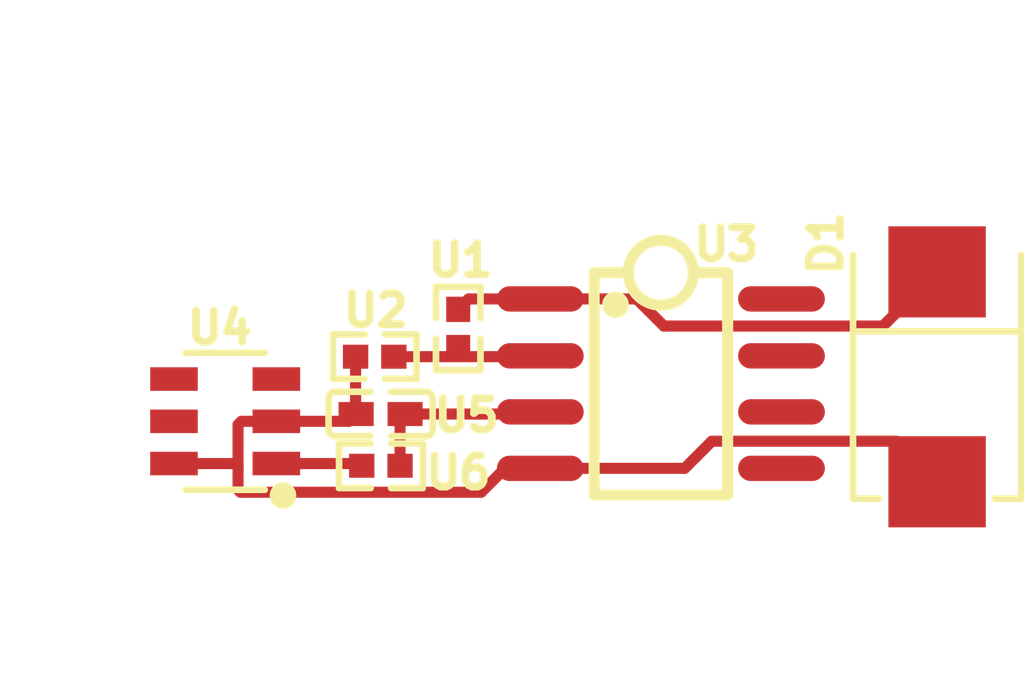
<source format=kicad_pcb>
(kicad_pcb (version 20240108) (generator "pcbnew") (generator_version "8.0")
  (layers (0 "F.Cu" signal) (31 "B.Cu" signal) (34 "B.Paste" user) (35 "F.Paste" user) (36 "B.SilkS" user "B.Silkscreen") (37 "F.SilkS" user "F.Silkscreen") (38 "B.Mask" user) (39 "F.Mask" user) (44 "Edge.Cuts" user))
  (net 0 "")
  (net 1 "line")
  (net 2 "amplifier.opamp.footprint.pins[6].net-net")
  (net 3 "amplifier.opamp.footprint.pins[5].net-net")
  (net 4 "non_inverting")
  (net 5 "line-1")
  (net 6 "gnd")
  (net 7 "io")
  (net 8 "inverting")
  (net 9 "amplifier.opamp.footprint.pins[4].net-net")
  (net 10 "hv")
  (net 11 "hv-1")
  (net 12 "io-1")
  (footprint "atopile:SMB_L4.6-W3.6-LS5.3-RD-330cb3" (layer "F.Cu") (at 152 89 -90)
    (property "Reference" "D1" (hide yes))
    (property "Value" "")
    (fp_line (start -2.74 1.89) (end 2.74 1.89) (stroke (width 0.15)) (layer "F.SilkS"))
    (fp_line (start 2.74 1.89) (end 2.74 1.3) (stroke (width 0.15)) (layer "F.SilkS"))
    (fp_line (start -2.74 -1.89) (end 2.74 -1.89) (stroke (width 0.15)) (layer "F.SilkS"))
    (fp_line (start -1.02 -1.89) (end -1.02 1.89) (stroke (width 0.15)) (layer "F.SilkS"))
    (fp_line (start 2.74 -1.89) (end 2.74 -1.3) (stroke (width 0.15)) (layer "F.SilkS"))
    (fp_text user "${REFERENCE}" (at -3 2.5 90) (layer "F.SilkS") (effects (font (size 0.7 0.7) (thickness 0.2))))
    (pad "1" smd rect (at -2.36 0 270) (size 2.05 2.19) (layers "F.Cu" "F.Paste" "F.Mask") (net 12 "io-1"))
    (pad "2" smd rect (at 2.36 0 270) (size 2.05 2.19) (layers "F.Cu" "F.Paste" "F.Mask") (net 6 "gnd"))
  )
  (footprint "atopile:R0402-56259e" (layer "F.Cu") (at 139.5 91 0)
    (property "Reference" "U6" (hide yes))
    (property "Value" "1kΩ ±1% 62.5mW")
    (fp_line (start -0.94 -0.5) (end -0.23 -0.5) (stroke (width 0.15)) (layer "F.SilkS"))
    (fp_line (start -0.94 0.5) (end -0.94 -0.5) (stroke (width 0.15)) (layer "F.SilkS"))
    (fp_line (start -0.23 0.5) (end -0.94 0.5) (stroke (width 0.15)) (layer "F.SilkS"))
    (fp_line (start 0.23 0.5) (end 0.94 0.5) (stroke (width 0.15)) (layer "F.SilkS"))
    (fp_line (start 0.94 -0.5) (end 0.23 -0.5) (stroke (width 0.15)) (layer "F.SilkS"))
    (fp_line (start 0.94 0.5) (end 0.94 -0.5) (stroke (width 0.15)) (layer "F.SilkS"))
    (fp_text user "${REFERENCE}" (at 1.74059 0.153243 0) (layer "F.SilkS") (effects (font (size 0.7 0.7) (thickness 0.2))))
    (pad "1" smd rect (at -0.43 0 0) (size 0.57 0.54) (layers "F.Cu" "F.Paste" "F.Mask") (net 7 "io"))
    (pad "2" smd rect (at 0.43 0 0) (size 0.57 0.54) (layers "F.Cu" "F.Paste" "F.Mask") (net 4 "non_inverting"))
  )
  (footprint "atopile:R0402-56259e" (layer "F.Cu") (at 141.237604 87.911769 90)
    (property "Reference" "U1" (hide yes))
    (property "Value" "10kΩ ±1% 62.5mW")
    (fp_line (start 0.94 -0.5) (end 0.23 -0.5) (stroke (width 0.15)) (layer "F.SilkS"))
    (fp_line (start -0.94 -0.5) (end -0.23 -0.5) (stroke (width 0.15)) (layer "F.SilkS"))
    (fp_line (start 0.94 0.5) (end 0.94 -0.5) (stroke (width 0.15)) (layer "F.SilkS"))
    (fp_line (start 0.23 0.5) (end 0.94 0.5) (stroke (width 0.15)) (layer "F.SilkS"))
    (fp_line (start -0.23 0.5) (end -0.94 0.5) (stroke (width 0.15)) (layer "F.SilkS"))
    (fp_line (start -0.94 0.5) (end -0.94 -0.5) (stroke (width 0.15)) (layer "F.SilkS"))
    (fp_text user "${REFERENCE}" (at 1.534703 0.054918 180) (layer "F.SilkS") (effects (font (size 0.7 0.7) (thickness 0.2))))
    (pad "1" smd rect (at -0.43 0 90) (size 0.57 0.54) (layers "F.Cu" "F.Paste" "F.Mask") (net 8 "inverting"))
    (pad "2" smd rect (at 0.43 0 90) (size 0.57 0.54) (layers "F.Cu" "F.Paste" "F.Mask") (net 12 "io-1"))
  )
  (footprint "lib:SOT-23-6_L2.9-W1.6-P0.95-LS2.8-BL" (layer "F.Cu") (at 136 90 90)
    (property "Reference" "U4" (hide yes))
    (property "Value" "")
    (fp_line (start 1.54 0.89) (end 1.54 -0.89) (stroke (width 0.15)) (layer "F.SilkS"))
    (fp_line (start -1.54 0.89) (end -1.54 -0.89) (stroke (width 0.15)) (layer "F.SilkS"))
    (fp_circle (center -1.67 1.3) (end -1.52 1.3) (stroke (width 0.3)) (fill none) (layer "F.SilkS"))
    (fp_text user "${REFERENCE}" (at 2.106872 -0.120551 0) (layer "F.SilkS") (effects (font (size 0.7 0.7) (thickness 0.2))))
    (pad "1" smd rect (at -0.95 1.15 90) (size 0.53 1.07) (layers "F.Cu" "F.Paste" "F.Mask") (net 7 "io"))
    (pad "2" smd rect (at 0 1.15 90) (size 0.53 1.07) (layers "F.Cu" "F.Paste" "F.Mask") (net 6 "gnd"))
    (pad "3" smd rect (at 0.95 1.15 90) (size 0.53 1.07) (layers "F.Cu" "F.Paste" "F.Mask") (net 10 "hv"))
    (pad "4" smd rect (at 0.95 -1.15 90) (size 0.53 1.07) (layers "F.Cu" "F.Paste" "F.Mask") (net 1 "line"))
    (pad "5" smd rect (at 0 -1.15 90) (size 0.53 1.07) (layers "F.Cu" "F.Paste" "F.Mask") (net 5 "line-1"))
    (pad "6" smd rect (at -0.95 -1.15 90) (size 0.53 1.07) (layers "F.Cu" "F.Paste" "F.Mask") (net 6 "gnd"))
  )
  (footprint "atopile:C0402-b3ef17" (layer "F.Cu") (at 139.493694 89.836114 180)
    (property "Reference" "U5" (hide yes))
    (property "Value" "100nF ±10% 16V X7R")
    (fp_line (start 1.17 0.35) (end 1.17 -0.35) (stroke (width 0.15)) (layer "F.SilkS"))
    (fp_line (start 1.02 -0.5) (end 0.23 -0.5) (stroke (width 0.15)) (layer "F.SilkS"))
    (fp_line (start 0.23 0.5) (end 1.02 0.5) (stroke (width 0.15)) (layer "F.SilkS"))
    (fp_line (start -0.23 0.5) (end -1.02 0.5) (stroke (width 0.15)) (layer "F.SilkS"))
    (fp_line (start -1.02 -0.5) (end -0.23 -0.5) (stroke (width 0.15)) (layer "F.SilkS"))
    (fp_line (start -1.17 0.35) (end -1.17 -0.35) (stroke (width 0.15)) (layer "F.SilkS"))
    (fp_arc (start 1.17 0.35) (mid 1.126066 0.456066) (end 1.02 0.5) (stroke (width 0.15)) (layer "F.SilkS"))
    (fp_arc (start 1.02 -0.5) (mid 1.126066 -0.456066) (end 1.17 -0.35) (stroke (width 0.15)) (layer "F.SilkS"))
    (fp_arc (start -1.02 0.5) (mid -1.126066 0.456066) (end -1.17 0.35) (stroke (width 0.15)) (layer "F.SilkS"))
    (fp_arc (start -1.17 -0.35) (mid -1.126066 -0.456066) (end -1.02 -0.5) (stroke (width 0.15)) (layer "F.SilkS"))
    (fp_text user "${REFERENCE}" (at -1.931232 -0.030948 0) (layer "F.SilkS") (effects (font (size 0.7 0.7) (thickness 0.2))))
    (pad "1" smd rect (at -0.55 0 180) (size 0.79 0.54) (layers "F.Cu" "F.Paste" "F.Mask") (net 4 "non_inverting"))
    (pad "2" smd rect (at 0.55 0 180) (size 0.79 0.54) (layers "F.Cu" "F.Paste" "F.Mask") (net 6 "gnd"))
  )
  (footprint "atopile:SOIC-8_L5.0-W4.0-P1.27-LS6.0-BL-294f77" (layer "F.Cu") (at 145.792415 89.157704 -90)
    (property "Reference" "U3" (hide yes))
    (property "Value" "")
    (fp_line (start -2.5 1.5) (end 2.5 1.5) (stroke (width 0.25)) (layer "F.SilkS"))
    (fp_line (start -2.5 1.5) (end -2.5 0.73) (stroke (width 0.25)) (layer "F.SilkS"))
    (fp_line (start -2.5 -1.5) (end -2.5 -0.73) (stroke (width 0.25)) (layer "F.SilkS"))
    (fp_line (start -2.5 -1.5) (end 2.5 -1.5) (stroke (width 0.25)) (layer "F.SilkS"))
    (fp_line (start 2.5 -1.5) (end 2.5 1.5) (stroke (width 0.25)) (layer "F.SilkS"))
    (fp_arc (start -2.48726 -0.729889) (mid -2.50635 0.729972) (end -2.5 -0.73) (stroke (width 0.25)) (layer "F.SilkS"))
    (fp_circle (center -1.78 1.02) (end -1.63 1.02) (stroke (width 0.3)) (fill none) (layer "F.SilkS"))
    (fp_text user "${REFERENCE}" (at -3.139418 -1.467115 180) (layer "F.SilkS") (effects (font (size 0.7 0.7) (thickness 0.2))))
    (pad "1" smd oval (at -1.91 2.71 270) (size 0.57 1.95) (layers "F.Cu" "F.Paste" "F.Mask") (net 12 "io-1"))
    (pad "2" smd oval (at -0.63 2.71 270) (size 0.57 1.95) (layers "F.Cu" "F.Paste" "F.Mask") (net 8 "inverting"))
    (pad "3" smd oval (at 0.63 2.71 270) (size 0.57 1.95) (layers "F.Cu" "F.Paste" "F.Mask") (net 4 "non_inverting"))
    (pad "4" smd oval (at 1.9 2.71 270) (size 0.57 1.95) (layers "F.Cu" "F.Paste" "F.Mask") (net 6 "gnd"))
    (pad "5" smd oval (at 1.9 -2.71 270) (size 0.57 1.95) (layers "F.Cu" "F.Paste" "F.Mask") (net 9 "amplifier.opamp.footprint.pins[4].net-net"))
    (pad "6" smd oval (at 0.63 -2.71 270) (size 0.57 1.95) (layers "F.Cu" "F.Paste" "F.Mask") (net 3 "amplifier.opamp.footprint.pins[5].net-net"))
    (pad "7" smd oval (at -0.63 -2.71 270) (size 0.57 1.95) (layers "F.Cu" "F.Paste" "F.Mask") (net 2 "amplifier.opamp.footprint.pins[6].net-net"))
    (pad "8" smd oval (at -1.91 -2.71 270) (size 0.57 1.95) (layers "F.Cu" "F.Paste" "F.Mask") (net 11 "hv-1"))
  )
  (footprint "atopile:R0402-56259e" (layer "F.Cu") (at 139.361347 88.54648 0)
    (property "Reference" "U2" (hide yes))
    (property "Value" "10kΩ ±1% 62.5mW")
    (fp_line (start -0.94 -0.5) (end -0.23 -0.5) (stroke (width 0.15)) (layer "F.SilkS"))
    (fp_line (start -0.94 0.5) (end -0.94 -0.5) (stroke (width 0.15)) (layer "F.SilkS"))
    (fp_line (start -0.23 0.5) (end -0.94 0.5) (stroke (width 0.15)) (layer "F.SilkS"))
    (fp_line (start 0.23 0.5) (end 0.94 0.5) (stroke (width 0.15)) (layer "F.SilkS"))
    (fp_line (start 0.94 -0.5) (end 0.23 -0.5) (stroke (width 0.15)) (layer "F.SilkS"))
    (fp_line (start 0.94 0.5) (end 0.94 -0.5) (stroke (width 0.15)) (layer "F.SilkS"))
    (fp_text user "${REFERENCE}" (at 0.022561 -1.043223 0) (layer "F.SilkS") (effects (font (size 0.7 0.7) (thickness 0.2))))
    (pad "1" smd rect (at -0.43 0 0) (size 0.57 0.54) (layers "F.Cu" "F.Paste" "F.Mask") (net 6 "gnd"))
    (pad "2" smd rect (at 0.43 0 0) (size 0.57 0.54) (layers "F.Cu" "F.Paste" "F.Mask") (net 8 "inverting"))
  )
  (segment (start 143.034005 89.836114) (end 143.082415 89.787704) (width 0.25) (layer "F.Cu") (net 4))
  (segment (start 139.93 91) (end 139.93 89.949808) (width 0.25) (layer "F.Cu") (net 4))
  (segment (start 140.043694 89.836114) (end 143.034005 89.836114) (width 0.25) (layer "F.Cu") (net 4))
  (segment (start 139.93 89.949808) (end 140.043694 89.836114) (width 0.25) (layer "F.Cu") (net 4))
  (segment (start 146.936512 90.447704) (end 146.326512 91.057704) (width 0.25) (layer "F.Cu") (net 6))
  (segment (start 138.931347 89.823767) (end 138.943694 89.836114) (width 0.25) (layer "F.Cu") (net 6))
  (segment (start 136.24 90.95) (end 136.29 91) (width 0.25) (layer "F.Cu") (net 6))
  (segment (start 146.326512 91.057704) (end 143.082415 91.057704) (width 0.25) (layer "F.Cu") (net 6))
  (segment (start 152 91.36) (end 151.087704 90.447704) (width 0.25) (layer "F.Cu") (net 6))
  (segment (start 142.291226 91.057704) (end 143.082415 91.057704) (width 0.25) (layer "F.Cu") (net 6))
  (segment (start 141.75393 91.595) (end 142.291226 91.057704) (width 0.25) (layer "F.Cu") (net 6))
  (segment (start 138.779808 90) (end 138.943694 89.836114) (width 0.25) (layer "F.Cu") (net 6))
  (segment (start 136.345 91.595) (end 141.75393 91.595) (width 0.25) (layer "F.Cu") (net 6))
  (segment (start 134.85 90.95) (end 136.24 90.95) (width 0.25) (layer "F.Cu") (net 6))
  (segment (start 136.29 91) (end 136.29 91.54) (width 0.25) (layer "F.Cu") (net 6))
  (segment (start 151.087704 90.447704) (end 146.936512 90.447704) (width 0.25) (layer "F.Cu") (net 6))
  (segment (start 137.15 90) (end 138.779808 90) (width 0.25) (layer "F.Cu") (net 6))
  (segment (start 136.29 91.54) (end 136.345 91.595) (width 0.25) (layer "F.Cu") (net 6))
  (segment (start 138.931347 88.54648) (end 138.931347 89.823767) (width 0.25) (layer "F.Cu") (net 6))
  (segment (start 136.29 90.075) (end 136.29 91) (width 0.25) (layer "F.Cu") (net 6))
  (segment (start 137.15 90) (end 136.365 90) (width 0.25) (layer "F.Cu") (net 6))
  (segment (start 136.365 90) (end 136.29 90.075) (width 0.25) (layer "F.Cu") (net 6))
  (segment (start 137.15 90.95) (end 139.02 90.95) (width 0.25) (layer "F.Cu") (net 7))
  (segment (start 139.02 90.95) (end 139.07 91) (width 0.25) (layer "F.Cu") (net 7))
  (segment (start 139.791347 88.54648) (end 143.063639 88.54648) (width 0.25) (layer "F.Cu") (net 8))
  (segment (start 143.063639 88.54648) (end 143.082415 88.527704) (width 0.25) (layer "F.Cu") (net 8))
  (segment (start 143.082415 87.247704) (end 141.471669 87.247704) (width 0.25) (layer "F.Cu") (net 12))
  (segment (start 152 86.64) (end 150.782296 87.857704) (width 0.25) (layer "F.Cu") (net 12))
  (segment (start 150.782296 87.857704) (end 145.857704 87.857704) (width 0.25) (layer "F.Cu") (net 12))
  (segment (start 141.471669 87.247704) (end 141.237604 87.481769) (width 0.25) (layer "F.Cu") (net 12))
  (segment (start 145.247704 87.247704) (end 143.082415 87.247704) (width 0.25) (layer "F.Cu") (net 12))
  (segment (start 145.857704 87.857704) (end 145.247704 87.247704) (width 0.25) (layer "F.Cu") (net 12))
)
</source>
